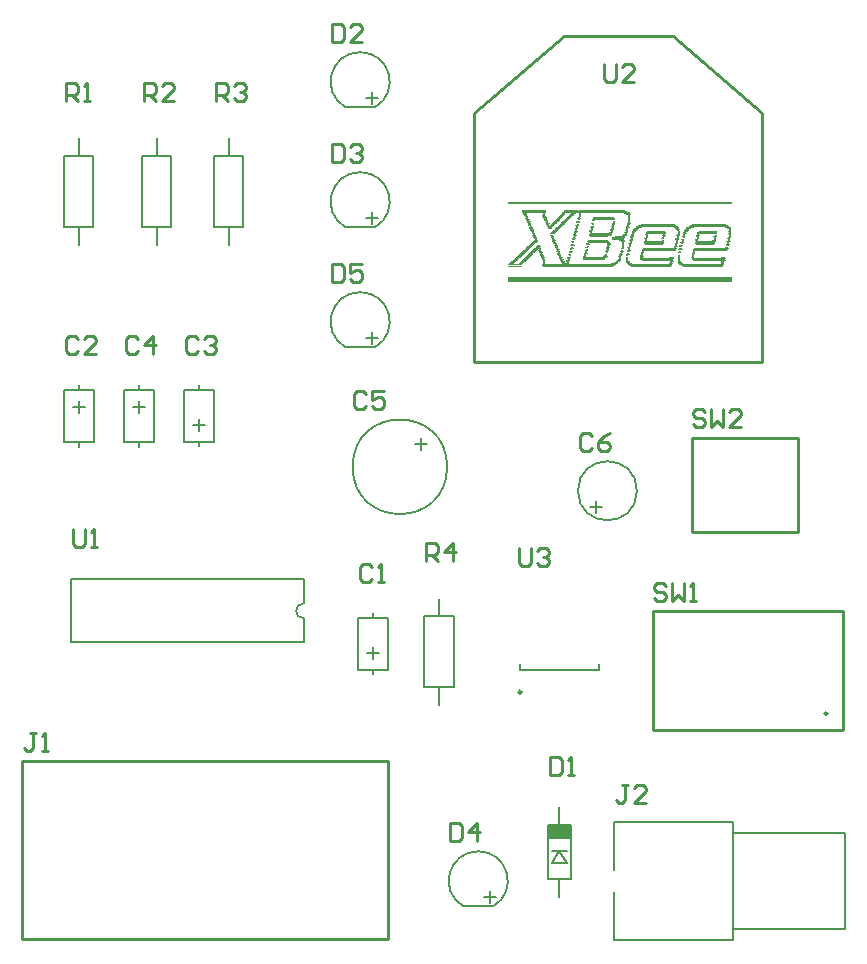
<source format=gto>
%FSLAX44Y44*%
%MOMM*%
G71*
G01*
G75*
G04 Layer_Color=65535*
%ADD10R,5.5000X6.9000*%
%ADD11R,0.9500X1.9000*%
%ADD12C,1.0000*%
%ADD13O,2.0000X3.0000*%
%ADD14O,3.0000X2.0000*%
%ADD15C,1.0000*%
%ADD16R,1.0000X1.0000*%
%ADD17R,2.0000X2.0000*%
%ADD18C,2.0000*%
%ADD19C,1.2000*%
%ADD20C,3.5000*%
%ADD21R,1.5000X1.5000*%
%ADD22C,1.5000*%
%ADD23R,1.2000X1.2000*%
%ADD24C,1.6000*%
%ADD25C,1.5000*%
%ADD26P,1.6236X8X202.5*%
%ADD27C,1.2700*%
%ADD28C,0.2540*%
%ADD29C,0.2000*%
%ADD30C,0.2500*%
%ADD31R,19.0754X0.2794*%
%ADD32R,1.9558X0.0254*%
%ADD33R,1.1430X0.0254*%
%ADD34R,3.9116X0.0254*%
%ADD35R,1.9812X0.0254*%
%ADD36R,1.1684X0.0254*%
%ADD37R,3.9624X0.0254*%
%ADD38R,2.0066X0.1270*%
%ADD39R,1.2192X0.1270*%
%ADD40R,4.0132X0.0254*%
%ADD41R,4.1148X0.0254*%
%ADD42R,4.1402X0.0254*%
%ADD43R,4.2164X0.0254*%
%ADD44R,4.2418X0.0508*%
%ADD45R,1.2192X0.0254*%
%ADD46R,0.2032X0.0254*%
%ADD47R,0.2540X0.0254*%
%ADD48R,0.3556X0.0254*%
%ADD49R,0.2032X0.3048*%
%ADD50R,0.4318X0.0254*%
%ADD51R,0.2286X0.0254*%
%ADD52R,0.1778X0.0254*%
%ADD53R,0.2286X0.0508*%
%ADD54R,0.4064X0.0254*%
%ADD55R,0.2794X0.0254*%
%ADD56R,0.2032X0.1524*%
%ADD57R,0.2540X0.0508*%
%ADD58R,0.3556X0.0508*%
%ADD59R,0.3048X0.0254*%
%ADD60R,0.2794X0.0508*%
%ADD61R,0.3302X0.0508*%
%ADD62R,0.3302X0.0254*%
%ADD63R,0.2032X0.5334*%
%ADD64R,0.2286X0.0762*%
%ADD65R,0.2286X0.1270*%
%ADD66R,0.3048X0.0508*%
%ADD67R,1.6002X0.0254*%
%ADD68R,1.6256X0.0254*%
%ADD69R,0.2540X0.0762*%
%ADD70R,1.7018X0.0254*%
%ADD71R,1.8034X0.0508*%
%ADD72R,1.8288X0.0254*%
%ADD73R,0.2032X0.0508*%
%ADD74R,1.8796X0.0254*%
%ADD75R,1.9050X0.0508*%
%ADD76R,0.2032X0.1016*%
%ADD77R,0.2032X0.1778*%
%ADD78R,0.2286X0.1016*%
%ADD79R,2.8194X0.0254*%
%ADD80R,2.7940X0.0254*%
%ADD81R,0.2032X0.1270*%
%ADD82R,2.8448X0.0254*%
%ADD83R,0.2032X0.0762*%
%ADD84R,3.0988X0.0254*%
%ADD85R,3.0226X0.0254*%
%ADD86R,3.1750X0.0254*%
%ADD87R,3.2258X0.0254*%
%ADD88R,3.1496X0.0254*%
%ADD89R,0.5334X0.0254*%
%ADD90R,3.4036X0.0254*%
%ADD91R,3.3782X0.0508*%
%ADD92R,0.5080X0.0254*%
%ADD93R,3.4290X0.0254*%
%ADD94R,0.4572X0.0254*%
%ADD95R,3.4798X0.0254*%
%ADD96R,0.5588X0.0508*%
%ADD97R,0.3810X0.0254*%
%ADD98R,0.4826X0.0254*%
%ADD99R,1.4478X0.0508*%
%ADD100R,1.4732X0.0254*%
%ADD101R,1.4986X0.0254*%
%ADD102R,1.5494X0.0254*%
%ADD103R,1.6002X0.0508*%
%ADD104R,1.6256X0.0508*%
%ADD105R,1.6764X0.0762*%
%ADD106R,1.6510X0.0254*%
%ADD107R,1.7018X0.0508*%
%ADD108R,1.9050X0.0254*%
%ADD109R,1.9304X0.0508*%
%ADD110R,0.2794X0.1016*%
%ADD111R,1.8034X0.0254*%
%ADD112R,0.2794X0.0762*%
%ADD113R,1.7780X0.0254*%
%ADD114R,1.7526X0.0254*%
%ADD115R,1.5240X0.0254*%
%ADD116R,0.2032X0.2032*%
%ADD117R,0.8382X0.0254*%
%ADD118R,0.8128X0.0254*%
%ADD119R,0.8890X0.0254*%
%ADD120R,0.9652X0.0254*%
%ADD121R,0.9398X0.0254*%
%ADD122R,0.8636X0.0254*%
%ADD123R,0.9144X0.0254*%
%ADD124R,0.2540X0.1016*%
%ADD125R,0.4318X0.0508*%
%ADD126R,1.8288X0.0508*%
%ADD127R,1.8796X0.0762*%
%ADD128R,0.2286X0.3810*%
%ADD129R,1.4478X0.0254*%
%ADD130R,1.6764X0.1778*%
%ADD131R,1.6764X0.0254*%
%ADD132R,1.6510X0.0762*%
%ADD133R,1.5748X0.0254*%
%ADD134R,0.0254X0.0254*%
%ADD135R,0.0508X0.0254*%
%ADD136R,0.1270X0.0254*%
%ADD137R,0.1524X0.0254*%
%ADD138R,2.5146X0.0254*%
%ADD139R,0.5334X0.0508*%
%ADD140R,2.8702X0.0254*%
%ADD141R,2.8956X0.0254*%
%ADD142R,2.9210X0.1016*%
%ADD143R,2.8956X0.0508*%
%ADD144R,2.9210X0.0254*%
%ADD145R,2.8194X0.0508*%
%ADD146R,2.8448X0.0508*%
%ADD147R,0.2286X0.5842*%
%ADD148R,0.2032X0.4318*%
%ADD149R,1.9558X0.0508*%
%ADD150R,0.3810X0.0508*%
%ADD151R,2.7686X0.0254*%
%ADD152R,2.7432X0.0254*%
%ADD153R,2.4384X0.0254*%
%ADD154R,2.6670X0.0254*%
%ADD155R,0.2032X0.3302*%
%ADD156R,2.3876X0.0254*%
%ADD157R,2.6416X0.0254*%
%ADD158R,1.2446X0.0508*%
%ADD159R,6.2738X0.0254*%
%ADD160R,3.7338X0.0254*%
%ADD161R,3.7592X0.0254*%
%ADD162R,6.2484X0.0254*%
%ADD163R,3.7084X0.0254*%
%ADD164R,1.2446X0.1016*%
%ADD165R,6.1976X0.0254*%
%ADD166R,3.6322X0.0254*%
%ADD167R,3.6830X0.0254*%
%ADD168R,6.1722X0.0254*%
%ADD169R,3.6068X0.0254*%
%ADD170R,3.6068X0.0508*%
%ADD171R,6.1468X0.0254*%
%ADD172R,3.5814X0.0254*%
%ADD173R,6.0198X0.0254*%
%ADD174R,3.4544X0.0508*%
%ADD175R,5.9944X0.0254*%
%ADD176R,3.4544X0.0254*%
%ADD177R,5.9182X0.0254*%
%ADD178R,3.3782X0.0254*%
%ADD179R,18.9738X0.0254*%
%ADD180R,19.0754X0.3302*%
%ADD181R,1.9300X1.2040*%
G54D28*
X1644120Y932600D02*
G03*
X1644120Y932600I-1000J0D01*
G01*
X1513258Y1506016D02*
X1589158Y1440716D01*
X1345358D02*
X1421258Y1506016D01*
X1589158Y1229917D02*
Y1440716D01*
X1345358Y1229917D02*
Y1440716D01*
X1421258Y1506016D02*
X1513258D01*
X1345358Y1229917D02*
X1589158D01*
X1496620Y918050D02*
Y1019150D01*
X1657220D01*
X1496620Y918050D02*
X1657220D01*
Y1019150D01*
X962480Y741920D02*
X1272480D01*
Y891920D01*
X962480Y741920D02*
Y891920D01*
X1272480D01*
X1529680Y1086080D02*
X1619680D01*
X1529680Y1166080D02*
X1619680D01*
Y1086080D02*
Y1166080D01*
X1529680Y1086080D02*
Y1166080D01*
X1475483Y872231D02*
X1470404D01*
X1472944D01*
Y859535D01*
X1470404Y856996D01*
X1467865D01*
X1465326Y859535D01*
X1490718Y856996D02*
X1480561D01*
X1490718Y867153D01*
Y869692D01*
X1488179Y872231D01*
X1483100D01*
X1480561Y869692D01*
X1507995Y1040634D02*
X1505455Y1043173D01*
X1500377D01*
X1497838Y1040634D01*
Y1038095D01*
X1500377Y1035555D01*
X1505455D01*
X1507995Y1033016D01*
Y1030477D01*
X1505455Y1027938D01*
X1500377D01*
X1497838Y1030477D01*
X1513073Y1043173D02*
Y1027938D01*
X1518151Y1033016D01*
X1523230Y1027938D01*
Y1043173D01*
X1528308Y1027938D02*
X1533387D01*
X1530847D01*
Y1043173D01*
X1528308Y1040634D01*
X1382776Y1072891D02*
Y1060195D01*
X1385315Y1057656D01*
X1390394D01*
X1392933Y1060195D01*
Y1072891D01*
X1398011Y1070352D02*
X1400550Y1072891D01*
X1405629D01*
X1408168Y1070352D01*
Y1067813D01*
X1405629Y1065274D01*
X1403089D01*
X1405629D01*
X1408168Y1062734D01*
Y1060195D01*
X1405629Y1057656D01*
X1400550D01*
X1398011Y1060195D01*
X1455000Y1482735D02*
Y1470039D01*
X1457539Y1467500D01*
X1462617D01*
X1465157Y1470039D01*
Y1482735D01*
X1480392Y1467500D02*
X1470235D01*
X1480392Y1477657D01*
Y1480196D01*
X1477853Y1482735D01*
X1472774D01*
X1470235Y1480196D01*
X1005332Y1088893D02*
Y1076197D01*
X1007871Y1073658D01*
X1012950D01*
X1015489Y1076197D01*
Y1088893D01*
X1020567Y1073658D02*
X1025645D01*
X1023106D01*
Y1088893D01*
X1020567Y1086354D01*
X1541015Y1187700D02*
X1538475Y1190239D01*
X1533397D01*
X1530858Y1187700D01*
Y1185161D01*
X1533397Y1182622D01*
X1538475D01*
X1541015Y1180082D01*
Y1177543D01*
X1538475Y1175004D01*
X1533397D01*
X1530858Y1177543D01*
X1546093Y1190239D02*
Y1175004D01*
X1551171Y1180082D01*
X1556250Y1175004D01*
Y1190239D01*
X1571485Y1175004D02*
X1561328D01*
X1571485Y1185161D01*
Y1187700D01*
X1568946Y1190239D01*
X1563867D01*
X1561328Y1187700D01*
X1304544Y1061466D02*
Y1076701D01*
X1312162D01*
X1314701Y1074162D01*
Y1069083D01*
X1312162Y1066544D01*
X1304544D01*
X1309622D02*
X1314701Y1061466D01*
X1327397D02*
Y1076701D01*
X1319779Y1069083D01*
X1329936D01*
X1126244Y1451074D02*
Y1466309D01*
X1133861D01*
X1136401Y1463770D01*
Y1458692D01*
X1133861Y1456152D01*
X1126244D01*
X1131322D02*
X1136401Y1451074D01*
X1141479Y1463770D02*
X1144018Y1466309D01*
X1149097D01*
X1151636Y1463770D01*
Y1461231D01*
X1149097Y1458692D01*
X1146557D01*
X1149097D01*
X1151636Y1456152D01*
Y1453613D01*
X1149097Y1451074D01*
X1144018D01*
X1141479Y1453613D01*
X1065284Y1451074D02*
Y1466309D01*
X1072902D01*
X1075441Y1463770D01*
Y1458692D01*
X1072902Y1456152D01*
X1065284D01*
X1070362D02*
X1075441Y1451074D01*
X1090676D02*
X1080519D01*
X1090676Y1461231D01*
Y1463770D01*
X1088137Y1466309D01*
X1083058D01*
X1080519Y1463770D01*
X999244Y1451074D02*
Y1466309D01*
X1006861D01*
X1009401Y1463770D01*
Y1458692D01*
X1006861Y1456152D01*
X999244D01*
X1004322D02*
X1009401Y1451074D01*
X1014479D02*
X1019557D01*
X1017018D01*
Y1466309D01*
X1014479Y1463770D01*
X973833Y915919D02*
X968754D01*
X971293D01*
Y903223D01*
X968754Y900684D01*
X966215D01*
X963676Y903223D01*
X978911Y900684D02*
X983989D01*
X981450D01*
Y915919D01*
X978911Y913380D01*
X1225185Y1313110D02*
Y1297875D01*
X1232803D01*
X1235342Y1300414D01*
Y1310571D01*
X1232803Y1313110D01*
X1225185D01*
X1250577D02*
X1240420D01*
Y1305493D01*
X1245498Y1308032D01*
X1248038D01*
X1250577Y1305493D01*
Y1300414D01*
X1248038Y1297875D01*
X1242959D01*
X1240420Y1300414D01*
X1325125Y839690D02*
Y824455D01*
X1332742D01*
X1335282Y826994D01*
Y837151D01*
X1332742Y839690D01*
X1325125D01*
X1347978Y824455D02*
Y839690D01*
X1340360Y832073D01*
X1350517D01*
X1225185Y1414710D02*
Y1399475D01*
X1232803D01*
X1235342Y1402014D01*
Y1412171D01*
X1232803Y1414710D01*
X1225185D01*
X1240420Y1412171D02*
X1242959Y1414710D01*
X1248038D01*
X1250577Y1412171D01*
Y1409632D01*
X1248038Y1407092D01*
X1245498D01*
X1248038D01*
X1250577Y1404553D01*
Y1402014D01*
X1248038Y1399475D01*
X1242959D01*
X1240420Y1402014D01*
X1225185Y1516310D02*
Y1501075D01*
X1232803D01*
X1235342Y1503614D01*
Y1513771D01*
X1232803Y1516310D01*
X1225185D01*
X1250577Y1501075D02*
X1240420D01*
X1250577Y1511232D01*
Y1513771D01*
X1248038Y1516310D01*
X1242959D01*
X1240420Y1513771D01*
X1409199Y895316D02*
Y880081D01*
X1416817D01*
X1419356Y882620D01*
Y892777D01*
X1416817Y895316D01*
X1409199D01*
X1424434Y880081D02*
X1429512D01*
X1426973D01*
Y895316D01*
X1424434Y892777D01*
X1444749Y1167380D02*
X1442209Y1169919D01*
X1437131D01*
X1434592Y1167380D01*
Y1157223D01*
X1437131Y1154684D01*
X1442209D01*
X1444749Y1157223D01*
X1459984Y1169919D02*
X1454905Y1167380D01*
X1449827Y1162301D01*
Y1157223D01*
X1452366Y1154684D01*
X1457445D01*
X1459984Y1157223D01*
Y1159762D01*
X1457445Y1162301D01*
X1449827D01*
X1253995Y1202686D02*
X1251456Y1205225D01*
X1246377D01*
X1243838Y1202686D01*
Y1192529D01*
X1246377Y1189990D01*
X1251456D01*
X1253995Y1192529D01*
X1269230Y1205225D02*
X1259073D01*
Y1197607D01*
X1264151Y1200147D01*
X1266691D01*
X1269230Y1197607D01*
Y1192529D01*
X1266691Y1189990D01*
X1261612D01*
X1259073Y1192529D01*
X1060701Y1249676D02*
X1058161Y1252215D01*
X1053083D01*
X1050544Y1249676D01*
Y1239519D01*
X1053083Y1236980D01*
X1058161D01*
X1060701Y1239519D01*
X1073397Y1236980D02*
Y1252215D01*
X1065779Y1244597D01*
X1075936D01*
X1111501Y1249930D02*
X1108961Y1252469D01*
X1103883D01*
X1101344Y1249930D01*
Y1239773D01*
X1103883Y1237234D01*
X1108961D01*
X1111501Y1239773D01*
X1116579Y1249930D02*
X1119118Y1252469D01*
X1124197D01*
X1126736Y1249930D01*
Y1247391D01*
X1124197Y1244852D01*
X1121657D01*
X1124197D01*
X1126736Y1242312D01*
Y1239773D01*
X1124197Y1237234D01*
X1119118D01*
X1116579Y1239773D01*
X1009901Y1249676D02*
X1007362Y1252215D01*
X1002283D01*
X999744Y1249676D01*
Y1239519D01*
X1002283Y1236980D01*
X1007362D01*
X1009901Y1239519D01*
X1025136Y1236980D02*
X1014979D01*
X1025136Y1247137D01*
Y1249676D01*
X1022597Y1252215D01*
X1017518D01*
X1014979Y1249676D01*
X1258821Y1056890D02*
X1256282Y1059429D01*
X1251203D01*
X1248664Y1056890D01*
Y1046733D01*
X1251203Y1044194D01*
X1256282D01*
X1258821Y1046733D01*
X1263899Y1044194D02*
X1268977D01*
X1266438D01*
Y1059429D01*
X1263899Y1056890D01*
G54D29*
X1200740Y1025750D02*
G03*
X1200740Y1013050I0J-6350D01*
G01*
X1322300Y1141320D02*
G03*
X1322300Y1141320I-40000J0D01*
G01*
X1483000Y1121000D02*
G03*
X1483000Y1121000I-25000J0D01*
G01*
X1261180Y1242569D02*
G03*
X1236180Y1242569I-12500J21651D01*
G01*
X1361120Y769149D02*
G03*
X1336120Y769149I-12500J21651D01*
G01*
X1261180Y1344169D02*
G03*
X1236180Y1344169I-12500J21651D01*
G01*
X1261180Y1445769D02*
G03*
X1236180Y1445769I-12500J21651D01*
G01*
X1564520Y740800D02*
Y840800D01*
Y750150D02*
X1659520D01*
X1564520Y831450D02*
X1659520D01*
X1463954Y740800D02*
X1564520D01*
X1463774Y840798D02*
X1564340D01*
X1659520Y750150D02*
Y831450D01*
X1463954Y800000D02*
Y840800D01*
Y740800D02*
Y781600D01*
X1125100Y1162600D02*
Y1206600D01*
X1099700Y1162600D02*
Y1206600D01*
X1112400Y1158600D02*
Y1162600D01*
Y1206600D02*
Y1210600D01*
Y1171800D02*
Y1181960D01*
X1107320Y1176880D02*
X1117480D01*
X1099700Y1162600D02*
X1125100D01*
X1099700Y1206600D02*
X1125100D01*
X1272420Y969560D02*
Y1013560D01*
X1247020Y969560D02*
Y1013560D01*
X1259720Y965560D02*
Y969560D01*
Y1013560D02*
Y1017560D01*
Y978760D02*
Y988920D01*
X1254640Y983840D02*
X1264800D01*
X1247020Y969560D02*
X1272420D01*
X1247020Y1013560D02*
X1272420D01*
X1200740Y1025750D02*
Y1045900D01*
Y992900D02*
Y1013050D01*
X1003740Y992900D02*
Y1045900D01*
X1200740D01*
X1003740Y992900D02*
X1200740D01*
X1048900Y1162400D02*
Y1206400D01*
X1074300Y1162400D02*
Y1206400D01*
X1061600D02*
Y1210400D01*
Y1158400D02*
Y1162400D01*
Y1187040D02*
Y1197200D01*
X1056520Y1192120D02*
X1066680D01*
X1048900Y1206400D02*
X1074300D01*
X1048900Y1162400D02*
X1074300D01*
X998100D02*
Y1206400D01*
X1023500Y1162400D02*
Y1206400D01*
X1010800D02*
Y1210400D01*
Y1158400D02*
Y1162400D01*
Y1187040D02*
Y1197200D01*
X1005720Y1192120D02*
X1015880D01*
X998100Y1206400D02*
X1023500D01*
X998100Y1162400D02*
X1023500D01*
X1417200Y816200D02*
X1423550Y806040D01*
X1410850D02*
X1417200Y816200D01*
X1410850Y806040D02*
X1423550D01*
X1410850Y816200D02*
X1423550D01*
X1407550Y838400D02*
X1426850D01*
X1407550Y792400D02*
X1426850D01*
Y838400D01*
X1407550Y792400D02*
Y838400D01*
X1417200Y777400D02*
Y792400D01*
Y838400D02*
Y853400D01*
X1450700Y969000D02*
Y974000D01*
X1383700Y969000D02*
X1450700D01*
X1383700D02*
Y974000D01*
X1294720Y1160320D02*
X1304880D01*
X1299800Y1155240D02*
Y1165400D01*
X1443520Y1107000D02*
X1453680D01*
X1448600Y1101920D02*
Y1112080D01*
X1124800Y1344520D02*
Y1404520D01*
X1149800Y1344520D02*
Y1404520D01*
X1137300D02*
Y1419520D01*
Y1329520D02*
Y1344520D01*
X1124800Y1404520D02*
X1149800D01*
X1124800Y1344520D02*
X1149800D01*
X1328100Y954800D02*
Y1014800D01*
X1303100Y954800D02*
Y1014800D01*
X1315600Y939800D02*
Y954800D01*
Y1014800D02*
Y1029800D01*
X1303100Y954800D02*
X1328100D01*
X1303100Y1014800D02*
X1328100D01*
X1063840Y1344520D02*
Y1404520D01*
X1088840Y1344520D02*
Y1404520D01*
X1076340D02*
Y1419520D01*
Y1329520D02*
Y1344520D01*
X1063840Y1404520D02*
X1088840D01*
X1063840Y1344520D02*
X1088840D01*
X997800D02*
Y1404520D01*
X1022800Y1344520D02*
Y1404520D01*
X1010300D02*
Y1419520D01*
Y1329520D02*
Y1344520D01*
X997800Y1404520D02*
X1022800D01*
X997800Y1344520D02*
X1022800D01*
X1235980Y1242630D02*
X1261380D01*
X1253760Y1250250D02*
X1263920D01*
X1258840Y1245170D02*
Y1255330D01*
X1335920Y769210D02*
X1361320D01*
X1353700Y776830D02*
X1363860D01*
X1358780Y771750D02*
Y781910D01*
X1235980Y1344230D02*
X1261380D01*
X1253760Y1351850D02*
X1263920D01*
X1258840Y1346770D02*
Y1356930D01*
X1235980Y1445830D02*
X1261380D01*
X1253760Y1453450D02*
X1263920D01*
X1258840Y1448370D02*
Y1458530D01*
G54D30*
X1385400Y950500D02*
G03*
X1385400Y950500I-1250J0D01*
G01*
G54D31*
X1468635Y1364967D02*
D03*
G54D32*
X1395737Y1357855D02*
D03*
G54D33*
X1426979D02*
D03*
G54D34*
X1453268D02*
D03*
G54D35*
X1395864Y1357601D02*
D03*
Y1356077D02*
D03*
G54D36*
X1427106Y1357601D02*
D03*
X1379354Y1310611D02*
D03*
G54D37*
X1453268Y1357601D02*
D03*
G54D38*
X1395991Y1356839D02*
D03*
G54D39*
X1426852D02*
D03*
G54D40*
X1453522Y1357347D02*
D03*
G54D41*
X1454030Y1357093D02*
D03*
G54D42*
X1454157Y1356839D02*
D03*
G54D43*
X1454538Y1356585D02*
D03*
G54D44*
X1454665Y1356204D02*
D03*
G54D45*
X1426598Y1356077D02*
D03*
X1379354Y1310865D02*
D03*
G54D46*
X1387482Y1355823D02*
D03*
X1404500D02*
D03*
X1389768Y1352013D02*
D03*
X1390276Y1350997D02*
D03*
X1406532Y1348711D02*
D03*
X1407040Y1347441D02*
D03*
X1392562Y1345409D02*
D03*
X1407802D02*
D03*
X1393070Y1344139D02*
D03*
X1561726Y1341599D02*
D03*
X1394594Y1340583D02*
D03*
X1474096Y1339567D02*
D03*
X1395356Y1338551D02*
D03*
X1561726Y1338043D02*
D03*
X1491622Y1337789D02*
D03*
X1535056D02*
D03*
X1561472Y1337535D02*
D03*
X1395864Y1337281D02*
D03*
X1479176Y1336519D02*
D03*
X1411358Y1336265D02*
D03*
X1561726Y1336011D02*
D03*
X1396626Y1335757D02*
D03*
X1561472Y1334995D02*
D03*
X1412120Y1334233D02*
D03*
X1397388Y1333725D02*
D03*
X1412628Y1332963D02*
D03*
X1533532Y1331693D02*
D03*
X1548518D02*
D03*
X1471556Y1327629D02*
D03*
X1476890D02*
D03*
X1414914Y1327375D02*
D03*
X1515498Y1326105D02*
D03*
X1415422Y1325851D02*
D03*
X1488320Y1323819D02*
D03*
X1457586Y1322549D02*
D03*
X1402214Y1321025D02*
D03*
X1417708Y1320263D02*
D03*
X1468508Y1317977D02*
D03*
X1403484Y1317723D02*
D03*
X1403738Y1317215D02*
D03*
X1418978Y1316961D02*
D03*
X1468000Y1316199D02*
D03*
X1419740Y1315437D02*
D03*
X1556138Y1314929D02*
D03*
X1421264Y1312897D02*
D03*
G54D47*
X1421518Y1355823D02*
D03*
X1387990Y1355061D02*
D03*
X1388498Y1354553D02*
D03*
X1404500Y1353537D02*
D03*
X1389514Y1353029D02*
D03*
X1404754Y1352775D02*
D03*
X1434218Y1351505D02*
D03*
X1405516Y1351251D02*
D03*
X1390530Y1350235D02*
D03*
X1406024Y1349981D02*
D03*
X1390784Y1349727D02*
D03*
X1406278Y1349473D02*
D03*
X1446410D02*
D03*
X1433456Y1348457D02*
D03*
X1391546Y1347949D02*
D03*
X1433202Y1347695D02*
D03*
X1476128Y1347187D02*
D03*
X1463174Y1346425D02*
D03*
X1475874D02*
D03*
X1392308Y1346171D02*
D03*
X1407548D02*
D03*
X1432440Y1344901D02*
D03*
X1445394Y1344139D02*
D03*
X1445140Y1343631D02*
D03*
X1475112Y1343377D02*
D03*
X1517022Y1343123D02*
D03*
X1517276Y1342615D02*
D03*
X1394086Y1341853D02*
D03*
X1462158D02*
D03*
X1517784D02*
D03*
X1461904Y1341345D02*
D03*
X1394340Y1341091D02*
D03*
X1444632D02*
D03*
X1481208Y1340837D02*
D03*
X1480954Y1340583D02*
D03*
X1444378Y1340329D02*
D03*
X1524388D02*
D03*
X1431424Y1340075D02*
D03*
X1480700D02*
D03*
X1524134Y1339821D02*
D03*
X1431170Y1339567D02*
D03*
X1461396Y1339313D02*
D03*
X1523626Y1339059D02*
D03*
X1461142Y1338805D02*
D03*
X1460888Y1338551D02*
D03*
X1479684Y1337789D02*
D03*
X1430662Y1337281D02*
D03*
X1506100Y1337027D02*
D03*
X1396118Y1336773D02*
D03*
X1411104D02*
D03*
X1430408Y1336519D02*
D03*
X1505846D02*
D03*
X1396372Y1336265D02*
D03*
X1534548D02*
D03*
X1549534D02*
D03*
X1478922Y1336011D02*
D03*
X1522610Y1335503D02*
D03*
X1411866Y1335249D02*
D03*
X1478668D02*
D03*
X1397134Y1334487D02*
D03*
X1429646Y1333725D02*
D03*
X1517022Y1332963D02*
D03*
X1533786Y1332709D02*
D03*
X1548772D02*
D03*
X1412882Y1332455D02*
D03*
X1477906Y1332201D02*
D03*
X1548518D02*
D03*
X1504830Y1331947D02*
D03*
X1560456Y1331439D02*
D03*
X1521594Y1331185D02*
D03*
X1413644Y1330423D02*
D03*
X1413898Y1329915D02*
D03*
X1441838Y1329661D02*
D03*
X1459364D02*
D03*
X1441584Y1329153D02*
D03*
X1559948D02*
D03*
X1428630Y1328899D02*
D03*
X1459110D02*
D03*
X1559694Y1328645D02*
D03*
X1428376Y1328391D02*
D03*
X1520832D02*
D03*
X1414660Y1327883D02*
D03*
X1399674Y1327629D02*
D03*
X1516006D02*
D03*
X1520578D02*
D03*
X1458602Y1326613D02*
D03*
X1440822Y1326359D02*
D03*
X1427868Y1326105D02*
D03*
X1458348D02*
D03*
X1427614Y1325343D02*
D03*
X1519816Y1324835D02*
D03*
X1476128Y1324073D02*
D03*
X1416438Y1323311D02*
D03*
X1475874D02*
D03*
X1470286Y1323057D02*
D03*
X1426852Y1322549D02*
D03*
X1401706Y1322295D02*
D03*
X1439806Y1321787D02*
D03*
X1417454Y1320771D02*
D03*
X1469778D02*
D03*
X1402468Y1320517D02*
D03*
X1475112Y1320263D02*
D03*
X1469524Y1320009D02*
D03*
X1402722Y1319755D02*
D03*
X1456570Y1319501D02*
D03*
X1487304D02*
D03*
X1439044Y1318993D02*
D03*
X1438790Y1318739D02*
D03*
X1487050D02*
D03*
X1456062Y1318485D02*
D03*
X1425836Y1317723D02*
D03*
X1530738D02*
D03*
X1419486Y1315691D02*
D03*
X1425074D02*
D03*
X1556392Y1315437D02*
D03*
X1512450Y1315183D02*
D03*
X1424820Y1314929D02*
D03*
X1475112Y1314421D02*
D03*
X1519054D02*
D03*
X1555884D02*
D03*
X1475366Y1314167D02*
D03*
X1475620Y1313913D02*
D03*
X1420756Y1313659D02*
D03*
X1421010Y1313405D02*
D03*
X1519562D02*
D03*
X1385450Y1313151D02*
D03*
X1385196Y1312897D02*
D03*
X1421264Y1312643D02*
D03*
G54D48*
X1430154Y1355823D02*
D03*
X1419740Y1353791D02*
D03*
X1419486Y1353283D02*
D03*
X1418978Y1353029D02*
D03*
X1418724Y1352521D02*
D03*
X1516006Y1343631D02*
D03*
X1409326Y1343377D02*
D03*
X1484002D02*
D03*
X1560202D02*
D03*
X1483494Y1343123D02*
D03*
X1560710D02*
D03*
X1483240Y1342869D02*
D03*
X1396626Y1331439D02*
D03*
X1512196Y1317723D02*
D03*
X1378592Y1314675D02*
D03*
X1378338Y1314167D02*
D03*
X1377576Y1313659D02*
D03*
X1476382Y1313151D02*
D03*
X1376560Y1312897D02*
D03*
X1477144Y1312643D02*
D03*
X1520578D02*
D03*
G54D49*
X1434472Y1354426D02*
D03*
X1518292Y1339186D02*
D03*
G54D50*
X1474223Y1355823D02*
D03*
X1474477Y1355569D02*
D03*
X1559821Y1343631D02*
D03*
X1527817Y1343377D02*
D03*
X1527309Y1343123D02*
D03*
X1464571Y1313151D02*
D03*
X1463809Y1312643D02*
D03*
G54D51*
X1387609Y1355569D02*
D03*
X1388879Y1353791D02*
D03*
X1404373D02*
D03*
X1404881Y1352521D02*
D03*
X1405643Y1350997D02*
D03*
X1405897Y1350235D02*
D03*
X1390911Y1349473D02*
D03*
X1433583Y1348711D02*
D03*
X1406659Y1348457D02*
D03*
X1391673Y1347695D02*
D03*
X1406913D02*
D03*
X1446029Y1347187D02*
D03*
X1391927Y1346933D02*
D03*
X1445775Y1346171D02*
D03*
X1432821Y1345917D02*
D03*
X1462793Y1344647D02*
D03*
X1392943Y1344393D02*
D03*
X1475493D02*
D03*
X1462539Y1343885D02*
D03*
X1432059Y1343123D02*
D03*
X1409199Y1342615D02*
D03*
X1431805Y1342107D02*
D03*
X1561599Y1341853D02*
D03*
Y1341345D02*
D03*
X1394467Y1340837D02*
D03*
X1474477Y1340583D02*
D03*
X1524515D02*
D03*
X1394721Y1340329D02*
D03*
X1474223Y1339821D02*
D03*
X1394975Y1339313D02*
D03*
X1474223D02*
D03*
X1480319D02*
D03*
X1473715Y1338551D02*
D03*
X1480065D02*
D03*
X1549915Y1338297D02*
D03*
X1561853D02*
D03*
X1561599Y1337789D02*
D03*
X1395737Y1337535D02*
D03*
X1430789D02*
D03*
X1395991Y1337027D02*
D03*
X1479303Y1336773D02*
D03*
X1491241D02*
D03*
X1411231Y1336519D02*
D03*
X1479049Y1336265D02*
D03*
X1396499Y1336011D02*
D03*
X1411485D02*
D03*
X1534421D02*
D03*
X1430027Y1334741D02*
D03*
X1505465D02*
D03*
X1561345D02*
D03*
X1490733Y1334233D02*
D03*
X1517403D02*
D03*
X1522229Y1333725D02*
D03*
X1561091D02*
D03*
X1397515Y1333471D02*
D03*
X1412501Y1333217D02*
D03*
X1478287D02*
D03*
X1412755Y1332709D02*
D03*
X1521975D02*
D03*
X1429265Y1331947D02*
D03*
X1548391D02*
D03*
X1504703Y1331693D02*
D03*
X1533659Y1331439D02*
D03*
X1429011Y1330931D02*
D03*
X1413517Y1330677D02*
D03*
X1516641D02*
D03*
X1477525Y1330169D02*
D03*
X1459491Y1329915D02*
D03*
X1516387D02*
D03*
X1414025Y1329661D02*
D03*
X1477271Y1329153D02*
D03*
X1414279Y1328899D02*
D03*
X1458983Y1328645D02*
D03*
X1520959D02*
D03*
X1399547Y1327883D02*
D03*
X1477017D02*
D03*
X1414787Y1327629D02*
D03*
X1441203Y1327375D02*
D03*
X1477017D02*
D03*
X1415041Y1327121D02*
D03*
X1476763D02*
D03*
X1559313Y1326867D02*
D03*
X1471175Y1326613D02*
D03*
X1415295Y1326105D02*
D03*
X1476509D02*
D03*
X1520197Y1325851D02*
D03*
X1470921Y1325597D02*
D03*
X1400563Y1325343D02*
D03*
X1440441Y1324581D02*
D03*
X1401071Y1324327D02*
D03*
X1416057D02*
D03*
X1457967Y1323819D02*
D03*
X1531627D02*
D03*
X1416311Y1323565D02*
D03*
X1427233D02*
D03*
X1401325Y1323311D02*
D03*
X1519435Y1323057D02*
D03*
X1457713Y1322803D02*
D03*
X1401579Y1322549D02*
D03*
X1416819D02*
D03*
X1487939D02*
D03*
X1519181Y1322295D02*
D03*
X1402341Y1320771D02*
D03*
X1426471D02*
D03*
X1439425D02*
D03*
X1417581Y1320517D02*
D03*
X1457205D02*
D03*
X1417835Y1320009D02*
D03*
X1426217Y1319755D02*
D03*
X1456951D02*
D03*
X1469397D02*
D03*
X1402849Y1319501D02*
D03*
X1469143D02*
D03*
X1439171Y1319247D02*
D03*
X1438663Y1318485D02*
D03*
X1468889D02*
D03*
X1418343Y1318231D02*
D03*
X1468635D02*
D03*
X1403357Y1317977D02*
D03*
X1468635Y1317723D02*
D03*
X1403611Y1317469D02*
D03*
X1418851Y1317215D02*
D03*
X1403865Y1316961D02*
D03*
X1425455D02*
D03*
X1468381D02*
D03*
X1404119Y1315945D02*
D03*
X1425201D02*
D03*
X1512577Y1315437D02*
D03*
X1556265Y1315183D02*
D03*
X1424693Y1314675D02*
D03*
X1518927D02*
D03*
X1556011D02*
D03*
X1555503Y1313405D02*
D03*
X1421137Y1313151D02*
D03*
X1555249Y1312643D02*
D03*
G54D52*
X1404373Y1355569D02*
D03*
G54D53*
X1421391Y1355442D02*
D03*
X1476255Y1353664D02*
D03*
X1405135Y1352140D02*
D03*
X1390403Y1350616D02*
D03*
X1406405Y1349092D02*
D03*
X1463555Y1347568D02*
D03*
X1433075Y1347314D02*
D03*
X1407167Y1347060D02*
D03*
X1475747Y1346044D02*
D03*
X1392435Y1345790D02*
D03*
X1407675D02*
D03*
X1407929Y1345028D02*
D03*
X1393197Y1343758D02*
D03*
X1445013Y1343250D02*
D03*
X1474985Y1342996D02*
D03*
X1462285Y1342234D02*
D03*
X1517403D02*
D03*
X1444759Y1341472D02*
D03*
X1474731D02*
D03*
X1461777Y1340964D02*
D03*
X1518165D02*
D03*
X1444251Y1339948D02*
D03*
X1461523Y1339694D02*
D03*
X1480573D02*
D03*
X1524007Y1339440D02*
D03*
X1562107D02*
D03*
X1431043Y1339186D02*
D03*
X1395229Y1338932D02*
D03*
X1473461Y1338170D02*
D03*
X1479811D02*
D03*
X1491749D02*
D03*
X1523245D02*
D03*
X1535183D02*
D03*
X1534929Y1337408D02*
D03*
X1522991Y1336392D02*
D03*
X1430281Y1336138D02*
D03*
X1505719D02*
D03*
X1517657D02*
D03*
X1396753Y1335376D02*
D03*
X1549153D02*
D03*
X1522483Y1335122D02*
D03*
X1478541Y1334868D02*
D03*
X1397261Y1334106D02*
D03*
X1534167Y1333598D02*
D03*
X1429519Y1333344D02*
D03*
X1490479D02*
D03*
X1548899Y1333090D02*
D03*
X1516895Y1332582D02*
D03*
X1477779Y1331820D02*
D03*
X1521721Y1331566D02*
D03*
X1560329Y1331058D02*
D03*
X1441965Y1330042D02*
D03*
X1521213D02*
D03*
X1560075Y1329534D02*
D03*
X1441457Y1328772D02*
D03*
X1559567Y1328264D02*
D03*
X1428249Y1328010D02*
D03*
X1520451Y1327248D02*
D03*
X1458729Y1326994D02*
D03*
X1427995Y1326486D02*
D03*
X1515625D02*
D03*
X1458221Y1325724D02*
D03*
X1415549Y1325470D02*
D03*
X1427487Y1324962D02*
D03*
X1476255Y1324454D02*
D03*
X1519689D02*
D03*
X1440187Y1323438D02*
D03*
X1475747Y1322930D02*
D03*
X1488193D02*
D03*
X1470159Y1322676D02*
D03*
X1426725Y1322168D02*
D03*
X1439933D02*
D03*
X1531373D02*
D03*
X1487685Y1321660D02*
D03*
X1402087Y1321406D02*
D03*
X1475493D02*
D03*
X1469905Y1321152D02*
D03*
X1474985Y1319882D02*
D03*
X1487431D02*
D03*
X1486923Y1317850D02*
D03*
X1419105Y1316580D02*
D03*
X1474985Y1315056D02*
D03*
X1512069Y1314294D02*
D03*
X1511815Y1313024D02*
D03*
G54D54*
X1429900Y1355569D02*
D03*
X1429646Y1355315D02*
D03*
X1474604D02*
D03*
X1409580Y1343885D02*
D03*
X1559694D02*
D03*
X1527182Y1342869D02*
D03*
X1399166Y1326359D02*
D03*
G54D55*
X1387863Y1355315D02*
D03*
X1388117Y1354807D02*
D03*
X1475493D02*
D03*
X1420629Y1354553D02*
D03*
X1476001D02*
D03*
X1426979Y1353283D02*
D03*
X1426217Y1352521D02*
D03*
X1425455Y1351759D02*
D03*
X1417327Y1351505D02*
D03*
X1434091Y1351251D02*
D03*
X1416057Y1350235D02*
D03*
X1390657Y1349981D02*
D03*
X1406151Y1349727D02*
D03*
X1415803D02*
D03*
X1422915Y1349473D02*
D03*
X1415041Y1348965D02*
D03*
X1422153Y1348711D02*
D03*
X1391419Y1348203D02*
D03*
X1420121Y1346679D02*
D03*
X1412247Y1346171D02*
D03*
X1411485Y1345409D02*
D03*
X1445267Y1343885D02*
D03*
X1475239Y1343631D02*
D03*
X1393451Y1343377D02*
D03*
X1516641D02*
D03*
X1517149Y1342869D02*
D03*
X1482351Y1342107D02*
D03*
X1481843Y1341853D02*
D03*
X1525531D02*
D03*
X1462031Y1341599D02*
D03*
X1481335Y1341091D02*
D03*
X1413771Y1340583D02*
D03*
X1480827Y1340329D02*
D03*
X1524261Y1340075D02*
D03*
X1431297Y1339821D02*
D03*
X1461269Y1339059D02*
D03*
X1411485Y1338297D02*
D03*
X1472953Y1337281D02*
D03*
X1472445Y1336773D02*
D03*
X1505973D02*
D03*
X1396245Y1336519D02*
D03*
X1429773Y1333979D02*
D03*
X1478033Y1332455D02*
D03*
X1548645D02*
D03*
X1397515Y1332201D02*
D03*
X1413009D02*
D03*
X1470921Y1331947D02*
D03*
X1521467Y1330931D02*
D03*
X1413771Y1330169D02*
D03*
X1441711Y1329407D02*
D03*
X1394213Y1329153D02*
D03*
X1559821Y1328899D02*
D03*
X1428503Y1328645D02*
D03*
X1414533Y1328137D02*
D03*
X1399801Y1327375D02*
D03*
X1515879D02*
D03*
X1458475Y1326359D02*
D03*
X1559059Y1326105D02*
D03*
X1397769Y1325343D02*
D03*
X1415803Y1325089D02*
D03*
X1519943D02*
D03*
X1396245Y1324073D02*
D03*
X1388625Y1323819D02*
D03*
X1395737Y1323565D02*
D03*
X1426979Y1322803D02*
D03*
X1439679Y1321533D02*
D03*
X1393451Y1321279D02*
D03*
X1417327Y1321025D02*
D03*
X1392943Y1320771D02*
D03*
X1475239Y1320517D02*
D03*
X1383037Y1318739D02*
D03*
X1456189D02*
D03*
X1390657Y1318485D02*
D03*
X1403357Y1318231D02*
D03*
X1438917D02*
D03*
X1455681D02*
D03*
X1390149Y1317977D02*
D03*
X1418597D02*
D03*
X1382275Y1317723D02*
D03*
X1380243Y1315945D02*
D03*
X1387863Y1315691D02*
D03*
X1467619Y1315437D02*
D03*
X1387355Y1315183D02*
D03*
X1420121Y1314675D02*
D03*
X1475239D02*
D03*
X1420629Y1313913D02*
D03*
X1385069Y1312643D02*
D03*
X1424185D02*
D03*
X1511561D02*
D03*
G54D56*
X1404246Y1354680D02*
D03*
X1517530Y1335122D02*
D03*
X1490352Y1332328D02*
D03*
X1516768Y1331566D02*
D03*
X1458094Y1324708D02*
D03*
G54D57*
X1421010Y1354934D02*
D03*
X1476128Y1354172D02*
D03*
X1389260Y1353410D02*
D03*
X1433964Y1350870D02*
D03*
X1446664Y1349854D02*
D03*
X1463428D02*
D03*
X1391292Y1348584D02*
D03*
X1406786Y1348076D02*
D03*
X1392054Y1346552D02*
D03*
X1462666Y1344266D02*
D03*
X1475366Y1344012D02*
D03*
X1393578Y1342996D02*
D03*
X1474604Y1340964D02*
D03*
X1524896D02*
D03*
X1473842Y1338932D02*
D03*
X1480192D02*
D03*
X1522864Y1335884D02*
D03*
X1549280D02*
D03*
X1411612Y1335630D02*
D03*
X1429900Y1334360D02*
D03*
X1490606Y1333852D02*
D03*
X1517276D02*
D03*
X1534040Y1333090D02*
D03*
X1478160Y1332836D02*
D03*
X1413136Y1331820D02*
D03*
X1521340Y1330550D02*
D03*
X1516514Y1330296D02*
D03*
X1414406Y1328518D02*
D03*
X1515752Y1326994D02*
D03*
X1559186Y1326486D02*
D03*
X1520070Y1325470D02*
D03*
X1415930Y1324708D02*
D03*
X1427106Y1323184D02*
D03*
X1519308Y1322676D02*
D03*
X1487812Y1322168D02*
D03*
X1417200Y1321406D02*
D03*
X1439552Y1321152D02*
D03*
X1475366Y1320898D02*
D03*
X1457078Y1320136D02*
D03*
X1403230Y1318612D02*
D03*
X1418724Y1317596D02*
D03*
X1425582Y1317342D02*
D03*
X1468254Y1316580D02*
D03*
X1467746Y1315818D02*
D03*
X1419994Y1315056D02*
D03*
X1475874Y1313532D02*
D03*
X1424312Y1313024D02*
D03*
G54D58*
X1428884Y1354934D02*
D03*
X1399420Y1326994D02*
D03*
G54D59*
X1475366Y1355061D02*
D03*
X1428376Y1354553D02*
D03*
X1427868Y1354045D02*
D03*
X1427360Y1353791D02*
D03*
X1427106Y1353537D02*
D03*
X1417454Y1351759D02*
D03*
X1417200Y1351251D02*
D03*
X1424566Y1350997D02*
D03*
X1424312Y1350743D02*
D03*
X1424058Y1350489D02*
D03*
X1415930Y1349981D02*
D03*
X1423296Y1349727D02*
D03*
X1422788Y1349219D02*
D03*
X1422026Y1348457D02*
D03*
X1414152Y1348203D02*
D03*
X1421518Y1347949D02*
D03*
X1421264Y1347695D02*
D03*
X1413390Y1347187D02*
D03*
X1413136Y1346933D02*
D03*
X1420502D02*
D03*
X1419994Y1346425D02*
D03*
X1419486Y1346171D02*
D03*
X1411866Y1345663D02*
D03*
X1418724Y1345409D02*
D03*
X1411358Y1345155D02*
D03*
X1418470D02*
D03*
X1411104Y1344901D02*
D03*
X1417708Y1344393D02*
D03*
X1416946Y1343631D02*
D03*
X1416692Y1343377D02*
D03*
X1416438Y1343123D02*
D03*
X1415930Y1342615D02*
D03*
X1482732D02*
D03*
X1526420D02*
D03*
X1415676Y1342361D02*
D03*
X1482478D02*
D03*
X1414914Y1341599D02*
D03*
X1525404D02*
D03*
X1525150Y1341345D02*
D03*
X1412882Y1339821D02*
D03*
X1412628Y1339313D02*
D03*
X1411866Y1338551D02*
D03*
X1411358Y1338043D02*
D03*
X1472572Y1337027D02*
D03*
X1472318Y1336519D02*
D03*
X1471556Y1336265D02*
D03*
X1397134Y1331693D02*
D03*
X1471048D02*
D03*
X1396372Y1330931D02*
D03*
X1395356Y1330169D02*
D03*
X1459110D02*
D03*
X1394086Y1328899D02*
D03*
X1393578Y1328391D02*
D03*
X1393324Y1328137D02*
D03*
X1391800Y1326867D02*
D03*
X1391546Y1326613D02*
D03*
X1397134Y1325089D02*
D03*
X1389514Y1324581D02*
D03*
X1389006Y1324327D02*
D03*
X1396372D02*
D03*
X1396118Y1323819D02*
D03*
X1395610Y1323311D02*
D03*
X1387736Y1323057D02*
D03*
X1395102D02*
D03*
X1387482Y1322549D02*
D03*
X1394340Y1322295D02*
D03*
X1386720Y1321787D02*
D03*
X1393578Y1321533D02*
D03*
X1385958Y1321279D02*
D03*
X1385704Y1321025D02*
D03*
X1393324D02*
D03*
X1392816Y1320517D02*
D03*
X1392308Y1320263D02*
D03*
X1384688Y1320009D02*
D03*
X1391546Y1319501D02*
D03*
X1383926Y1319247D02*
D03*
X1383672Y1318993D02*
D03*
X1390784Y1318739D02*
D03*
X1382910Y1318485D02*
D03*
X1390530Y1318231D02*
D03*
X1382402Y1317977D02*
D03*
X1390022Y1317723D02*
D03*
X1389514Y1317469D02*
D03*
X1381640Y1317215D02*
D03*
X1388752Y1316707D02*
D03*
X1387990Y1315945D02*
D03*
X1380116Y1315691D02*
D03*
X1379608Y1315437D02*
D03*
X1387736D02*
D03*
X1379354Y1315183D02*
D03*
X1387228Y1314929D02*
D03*
X1386720Y1314675D02*
D03*
X1466730D02*
D03*
X1420502Y1314167D02*
D03*
X1385958Y1313913D02*
D03*
G54D60*
X1388625Y1354172D02*
D03*
X1404627Y1353156D02*
D03*
X1426471Y1352902D02*
D03*
X1425709Y1352140D02*
D03*
X1405389Y1351632D02*
D03*
X1424947Y1351378D02*
D03*
X1416565Y1350616D02*
D03*
X1415295Y1349346D02*
D03*
X1414533Y1348584D02*
D03*
X1433329Y1348076D02*
D03*
X1413771Y1347822D02*
D03*
X1476001Y1346806D02*
D03*
X1407421Y1346552D02*
D03*
X1394213Y1341472D02*
D03*
X1481589D02*
D03*
X1517911D02*
D03*
X1444505Y1340710D02*
D03*
X1523499Y1338678D02*
D03*
X1473207Y1337662D02*
D03*
X1430535Y1336900D02*
D03*
X1517911Y1336646D02*
D03*
X1478795Y1335630D02*
D03*
X1397007Y1334868D02*
D03*
X1517149Y1333344D02*
D03*
X1560583Y1331820D02*
D03*
X1459237Y1329280D02*
D03*
X1520705Y1328010D02*
D03*
X1427741Y1325724D02*
D03*
X1397007Y1324708D02*
D03*
X1476001Y1323692D02*
D03*
X1470413Y1323438D02*
D03*
X1416565Y1322930D02*
D03*
X1394975Y1322676D02*
D03*
X1394213Y1321914D02*
D03*
X1401833D02*
D03*
X1469651Y1320390D02*
D03*
X1402595Y1320136D02*
D03*
X1392181Y1319882D02*
D03*
X1391419Y1319120D02*
D03*
X1456443D02*
D03*
X1487177D02*
D03*
X1389387Y1317088D02*
D03*
X1388625Y1316326D02*
D03*
X1419359Y1316072D02*
D03*
X1424947Y1315310D02*
D03*
X1512323Y1314802D02*
D03*
X1386593Y1314294D02*
D03*
X1385831Y1313532D02*
D03*
G54D61*
X1420375Y1354172D02*
D03*
X1409199Y1342996D02*
D03*
X1526039Y1342234D02*
D03*
X1411993Y1338932D02*
D03*
X1471429Y1335884D02*
D03*
X1391165Y1326232D02*
D03*
X1386847Y1322168D02*
D03*
X1385323Y1320644D02*
D03*
X1466603Y1314294D02*
D03*
X1520197Y1313024D02*
D03*
G54D62*
X1427995Y1354299D02*
D03*
X1419613Y1353537D02*
D03*
X1418851Y1352775D02*
D03*
X1416819Y1350997D02*
D03*
X1422407Y1348965D02*
D03*
X1421645Y1348203D02*
D03*
X1413517Y1347441D02*
D03*
X1411993Y1345917D02*
D03*
X1418343Y1344901D02*
D03*
X1417835Y1344647D02*
D03*
X1417581Y1344139D02*
D03*
X1417073Y1343885D02*
D03*
X1416311Y1342869D02*
D03*
X1560837D02*
D03*
X1415549Y1342107D02*
D03*
X1415041Y1341853D02*
D03*
X1414787Y1341345D02*
D03*
X1412755Y1339567D02*
D03*
X1470667Y1332201D02*
D03*
X1397261Y1331947D02*
D03*
X1396499Y1331185D02*
D03*
X1458729Y1330423D02*
D03*
X1394467Y1329407D02*
D03*
X1393705Y1328645D02*
D03*
X1392435Y1327375D02*
D03*
X1391927Y1327121D02*
D03*
X1390403Y1325343D02*
D03*
X1389895Y1325089D02*
D03*
X1389641Y1324835D02*
D03*
X1388879Y1324073D02*
D03*
X1387609Y1322803D02*
D03*
X1386085Y1321533D02*
D03*
X1384815Y1320263D02*
D03*
X1384561Y1319755D02*
D03*
X1384053Y1319501D02*
D03*
X1382529Y1318231D02*
D03*
X1512323Y1317977D02*
D03*
X1381767Y1317469D02*
D03*
X1381513Y1316961D02*
D03*
X1380751Y1316199D02*
D03*
X1379227Y1314929D02*
D03*
X1378465Y1314421D02*
D03*
X1420375D02*
D03*
X1476509Y1312897D02*
D03*
X1376179Y1312643D02*
D03*
G54D63*
X1476382Y1350743D02*
D03*
G54D64*
X1389641Y1352521D02*
D03*
X1433837Y1350235D02*
D03*
X1476255Y1347695D02*
D03*
X1463047Y1345917D02*
D03*
X1445521Y1344647D02*
D03*
X1432313Y1344393D02*
D03*
X1431551Y1340583D02*
D03*
X1506227Y1337535D02*
D03*
X1518165Y1337281D02*
D03*
X1549661Y1336773D02*
D03*
X1561599Y1335503D02*
D03*
X1411993Y1334741D02*
D03*
X1504957Y1332455D02*
D03*
X1560837D02*
D03*
X1533659Y1332201D02*
D03*
X1428757Y1329407D02*
D03*
X1516133Y1328137D02*
D03*
X1471429Y1327121D02*
D03*
X1400817Y1324835D02*
D03*
X1470667Y1324073D02*
D03*
X1457459Y1322041D02*
D03*
X1530865Y1320771D02*
D03*
X1425963Y1318231D02*
D03*
G54D65*
X1434345Y1352267D02*
D03*
X1561599Y1336773D02*
D03*
X1530611Y1318485D02*
D03*
G54D66*
X1417962Y1352140D02*
D03*
X1423550Y1350108D02*
D03*
X1420756Y1347314D02*
D03*
X1412628Y1346552D02*
D03*
X1419232Y1345790D02*
D03*
X1414152Y1340964D02*
D03*
X1413390Y1340202D02*
D03*
X1395610Y1330550D02*
D03*
X1394848Y1329788D02*
D03*
X1392562Y1327756D02*
D03*
X1390530Y1325724D02*
D03*
X1388244Y1323438D02*
D03*
X1380878Y1316580D02*
D03*
X1467238Y1315056D02*
D03*
G54D67*
X1454919Y1352267D02*
D03*
G54D68*
X1454792Y1352013D02*
D03*
X1542676Y1339313D02*
D03*
X1497210Y1329661D02*
D03*
G54D69*
X1390022Y1351505D02*
D03*
X1463428Y1346933D02*
D03*
X1445902Y1346679D02*
D03*
X1432694Y1345409D02*
D03*
X1392816Y1344901D02*
D03*
X1431932Y1342615D02*
D03*
X1561218Y1342361D02*
D03*
X1561980Y1340075D02*
D03*
X1394848Y1339821D02*
D03*
X1561980Y1338805D02*
D03*
X1395610Y1338043D02*
D03*
X1479430Y1337281D02*
D03*
X1491368D02*
D03*
X1505338Y1334233D02*
D03*
X1561218D02*
D03*
X1412374Y1333725D02*
D03*
X1522102Y1333217D02*
D03*
X1429138Y1331439D02*
D03*
X1477398Y1329661D02*
D03*
X1441076Y1326867D02*
D03*
X1415168Y1326613D02*
D03*
X1476636D02*
D03*
X1471048Y1326105D02*
D03*
X1440314Y1324073D02*
D03*
X1401198Y1323819D02*
D03*
X1457840Y1323311D02*
D03*
X1531246Y1321533D02*
D03*
X1426344Y1320263D02*
D03*
X1417962Y1319501D02*
D03*
X1469016Y1318993D02*
D03*
X1403992Y1316453D02*
D03*
X1555630Y1313913D02*
D03*
G54D70*
X1454665Y1351759D02*
D03*
X1449839Y1332201D02*
D03*
G54D71*
X1454919Y1351378D02*
D03*
G54D72*
X1455046Y1350997D02*
D03*
G54D73*
X1405770Y1350616D02*
D03*
X1391038Y1349092D02*
D03*
X1391800Y1347314D02*
D03*
X1409072Y1342234D02*
D03*
X1474350Y1340202D02*
D03*
X1506354Y1338170D02*
D03*
X1442092Y1330550D02*
D03*
X1414152Y1329280D02*
D03*
X1440568Y1324962D02*
D03*
X1416184Y1323946D02*
D03*
X1488066Y1323438D02*
D03*
X1401452Y1322930D02*
D03*
X1402976Y1319120D02*
D03*
X1486796Y1318358D02*
D03*
X1468508Y1317342D02*
D03*
X1512704Y1315818D02*
D03*
X1518800Y1315056D02*
D03*
X1555376Y1313024D02*
D03*
G54D74*
X1455300Y1350743D02*
D03*
X1451998Y1337281D02*
D03*
X1446918Y1316961D02*
D03*
G54D75*
X1455173Y1350362D02*
D03*
X1447045Y1317342D02*
D03*
G54D76*
X1433710Y1349346D02*
D03*
X1446156Y1347822D02*
D03*
X1432948Y1346552D02*
D03*
X1445648Y1345536D02*
D03*
X1474858Y1342234D02*
D03*
X1431678Y1341472D02*
D03*
X1549788Y1337662D02*
D03*
X1430154Y1335376D02*
D03*
X1505592D02*
D03*
X1522356Y1334360D02*
D03*
X1505084Y1333344D02*
D03*
X1429392Y1332582D02*
D03*
X1428884Y1330296D02*
D03*
X1560202D02*
D03*
X1521086Y1329280D02*
D03*
X1477144Y1328518D02*
D03*
X1441330Y1328010D02*
D03*
X1559440Y1327502D02*
D03*
X1428122Y1327248D02*
D03*
X1520324Y1326486D02*
D03*
X1470794Y1324962D02*
D03*
X1427360Y1324200D02*
D03*
X1519562Y1323692D02*
D03*
X1475620Y1322168D02*
D03*
X1470032Y1321914D02*
D03*
X1519054Y1321660D02*
D03*
X1426598Y1321406D02*
D03*
X1457332Y1321152D02*
D03*
X1426090Y1319120D02*
D03*
G54D77*
X1463682Y1348711D02*
D03*
X1549026Y1334233D02*
D03*
G54D78*
X1446283Y1348838D02*
D03*
X1490987Y1334868D02*
D03*
X1440695Y1325724D02*
D03*
G54D79*
X1500639Y1345917D02*
D03*
X1544073Y1345663D02*
D03*
G54D80*
X1544200Y1345917D02*
D03*
X1500258Y1316707D02*
D03*
X1543946D02*
D03*
G54D81*
X1475620Y1345155D02*
D03*
X1462412Y1343123D02*
D03*
X1444886Y1342361D02*
D03*
X1444124Y1339059D02*
D03*
X1430916Y1338297D02*
D03*
X1523118Y1337281D02*
D03*
X1491114Y1336011D02*
D03*
X1478414Y1333979D02*
D03*
X1477652Y1330931D02*
D03*
X1516260Y1329153D02*
D03*
X1458856Y1327883D02*
D03*
X1476382Y1325343D02*
D03*
X1531500Y1323057D02*
D03*
X1487558Y1320771D02*
D03*
X1439298Y1320009D02*
D03*
X1530738Y1319755D02*
D03*
X1424566Y1313913D02*
D03*
G54D82*
X1500512Y1345663D02*
D03*
X1543692Y1317469D02*
D03*
X1500004Y1316961D02*
D03*
G54D83*
X1462920Y1345155D02*
D03*
X1432186Y1343631D02*
D03*
X1393832Y1342361D02*
D03*
X1561726Y1340837D02*
D03*
X1461650Y1340329D02*
D03*
X1560964Y1333217D02*
D03*
X1521848Y1332201D02*
D03*
X1413390Y1331185D02*
D03*
X1440060Y1322803D02*
D03*
X1416946Y1322041D02*
D03*
X1418216Y1318739D02*
D03*
X1425328Y1316453D02*
D03*
X1511942Y1313659D02*
D03*
G54D84*
X1500512Y1345409D02*
D03*
X1544200Y1345155D02*
D03*
X1495686Y1310357D02*
D03*
X1538866D02*
D03*
G54D85*
X1544327Y1345409D02*
D03*
G54D86*
X1500385Y1345155D02*
D03*
G54D87*
Y1344901D02*
D03*
G54D88*
X1544200D02*
D03*
G54D89*
X1409453Y1344647D02*
D03*
G54D90*
X1500258D02*
D03*
X1538612Y1310611D02*
D03*
G54D91*
X1544073Y1344520D02*
D03*
G54D92*
X1409580Y1344393D02*
D03*
G54D93*
X1500385D02*
D03*
X1544073Y1344139D02*
D03*
G54D94*
X1409580D02*
D03*
X1399166Y1326105D02*
D03*
X1464444Y1312897D02*
D03*
G54D95*
X1500385Y1344139D02*
D03*
X1494797Y1311119D02*
D03*
G54D96*
X1485018Y1343758D02*
D03*
G54D97*
X1515879Y1343885D02*
D03*
X1409453Y1343631D02*
D03*
X1399293Y1326613D02*
D03*
X1377703Y1313913D02*
D03*
X1377449Y1313405D02*
D03*
X1465333D02*
D03*
X1376687Y1313151D02*
D03*
G54D98*
X1528579Y1343885D02*
D03*
X1528325Y1343631D02*
D03*
G54D99*
X1499369Y1340202D02*
D03*
G54D100*
X1542930Y1340329D02*
D03*
G54D101*
X1543057Y1340075D02*
D03*
G54D102*
X1499115Y1339821D02*
D03*
X1497083Y1329407D02*
D03*
G54D103*
X1542803Y1339694D02*
D03*
G54D104*
X1499242Y1339440D02*
D03*
X1449966Y1332582D02*
D03*
X1497210Y1330804D02*
D03*
G54D105*
X1498988Y1338805D02*
D03*
G54D106*
X1542549Y1339059D02*
D03*
X1497591Y1331439D02*
D03*
X1497337Y1331185D02*
D03*
X1446791Y1316199D02*
D03*
G54D107*
X1542549Y1338678D02*
D03*
G54D108*
X1452379Y1338297D02*
D03*
X1452125Y1337535D02*
D03*
G54D109*
X1452252Y1337916D02*
D03*
G54D110*
X1410977Y1337408D02*
D03*
G54D111*
X1451617Y1337027D02*
D03*
X1446537Y1316707D02*
D03*
X1412755Y1310357D02*
D03*
G54D112*
X1534675Y1336773D02*
D03*
X1519181Y1313913D02*
D03*
G54D113*
X1451490Y1336773D02*
D03*
X1446664Y1316453D02*
D03*
G54D114*
X1451617Y1336519D02*
D03*
G54D115*
X1451236Y1336265D02*
D03*
G54D116*
X1534294Y1334868D02*
D03*
G54D117*
X1468381Y1335503D02*
D03*
X1466349Y1333979D02*
D03*
G54D118*
X1468254Y1335249D02*
D03*
X1466222Y1333725D02*
D03*
G54D119*
X1467619Y1334995D02*
D03*
X1467111Y1332963D02*
D03*
G54D120*
X1466984Y1334741D02*
D03*
G54D121*
X1466857Y1334487D02*
D03*
Y1333217D02*
D03*
X1379227Y1310357D02*
D03*
G54D122*
X1466476Y1334233D02*
D03*
G54D123*
X1466730Y1333471D02*
D03*
G54D124*
X1397642Y1332836D02*
D03*
G54D125*
X1470159Y1332582D02*
D03*
G54D126*
X1450220Y1331820D02*
D03*
G54D127*
X1450474Y1331185D02*
D03*
G54D128*
X1471429Y1329661D02*
D03*
G54D129*
X1542295Y1331439D02*
D03*
G54D130*
X1540898Y1330423D02*
D03*
G54D131*
X1451998Y1330677D02*
D03*
G54D132*
X1497083Y1330169D02*
D03*
G54D133*
X1540644Y1329407D02*
D03*
G54D134*
X1503687Y1329153D02*
D03*
X1534167D02*
D03*
G54D135*
X1547756D02*
D03*
X1399674Y1328645D02*
D03*
G54D136*
X1399801Y1328391D02*
D03*
G54D137*
X1399674Y1328137D02*
D03*
G54D138*
X1501401Y1326105D02*
D03*
X1544835D02*
D03*
G54D139*
X1399039Y1325724D02*
D03*
G54D140*
X1502163Y1325851D02*
D03*
X1545597Y1325597D02*
D03*
X1501655Y1324581D02*
D03*
G54D141*
X1545724Y1325851D02*
D03*
G54D142*
X1501909Y1325216D02*
D03*
G54D143*
X1545470D02*
D03*
G54D144*
X1545343Y1324835D02*
D03*
X1545089Y1324581D02*
D03*
G54D145*
X1501401Y1324200D02*
D03*
X1499877Y1317342D02*
D03*
X1543819Y1317088D02*
D03*
G54D146*
X1544708Y1324200D02*
D03*
G54D147*
X1518927Y1318231D02*
D03*
G54D148*
X1474858Y1317469D02*
D03*
G54D149*
X1447299Y1317850D02*
D03*
G54D150*
X1556011D02*
D03*
X1465587Y1313786D02*
D03*
G54D151*
X1500131Y1316453D02*
D03*
X1543819D02*
D03*
G54D152*
X1500004Y1316199D02*
D03*
X1543946D02*
D03*
G54D153*
X1499242Y1315945D02*
D03*
G54D154*
X1544327D02*
D03*
G54D155*
X1404246Y1314167D02*
D03*
G54D156*
X1499242Y1315691D02*
D03*
G54D157*
X1544454D02*
D03*
G54D158*
X1379989Y1312262D02*
D03*
G54D159*
X1434345Y1312389D02*
D03*
G54D160*
X1494035D02*
D03*
X1537723Y1312135D02*
D03*
X1441965Y1310357D02*
D03*
G54D161*
X1537596Y1312389D02*
D03*
G54D162*
X1434218Y1312135D02*
D03*
G54D163*
X1493908D02*
D03*
G54D164*
X1379481Y1311500D02*
D03*
G54D165*
X1433710Y1311881D02*
D03*
G54D166*
X1494289D02*
D03*
G54D167*
X1537977D02*
D03*
G54D168*
X1433583Y1311627D02*
D03*
G54D169*
X1494162D02*
D03*
G54D170*
X1537850Y1311500D02*
D03*
G54D171*
X1433456Y1311373D02*
D03*
G54D172*
X1494289D02*
D03*
G54D173*
X1432821Y1311119D02*
D03*
G54D174*
X1538358Y1310992D02*
D03*
G54D175*
X1432694Y1310865D02*
D03*
G54D176*
X1494924D02*
D03*
G54D177*
X1432821Y1310611D02*
D03*
G54D178*
X1495051D02*
D03*
G54D179*
X1468635Y1301467D02*
D03*
G54D180*
Y1299689D02*
D03*
G54D181*
X1417200Y832425D02*
D03*
M02*

</source>
